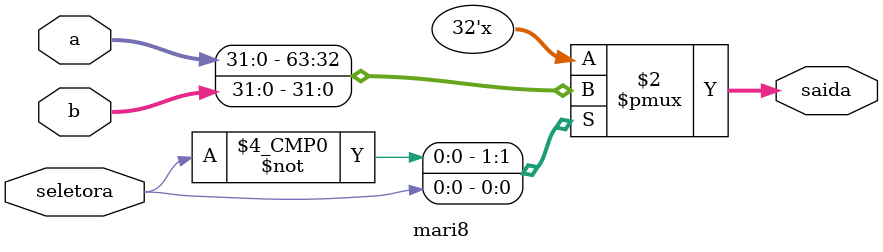
<source format=v>
module mari8(a, b, seletora, saida);

input [31:0]a;
input [31:0]b;
input seletora;
output reg [31:0]saida;

//no bloco always de acordo com a seletora escolhida ele libera uma das saidas
always @(*)
begin
	case (seletora)
		1'b0: saida = a;
		1'b1: saida = b;
	endcase
end



endmodule	
</source>
